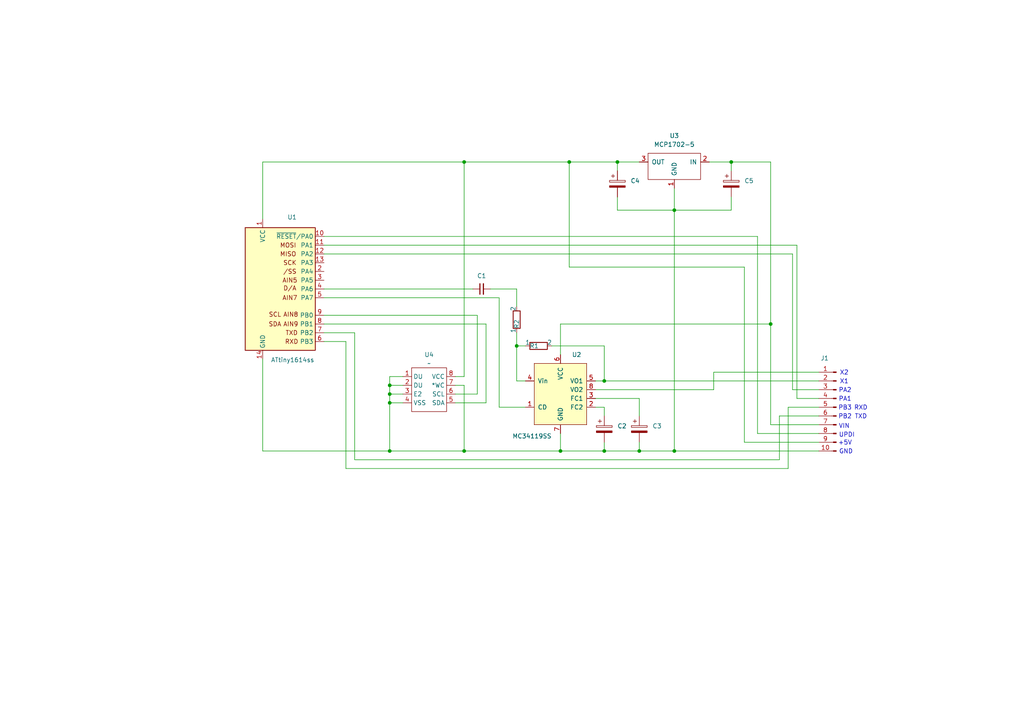
<source format=kicad_sch>
(kicad_sch
	(version 20231120)
	(generator "eeschema")
	(generator_version "8.0")
	(uuid "b068ea16-1fa6-404d-a7f6-f7a235438ac4")
	(paper "A4")
	(lib_symbols
		(symbol "0_Library:ATtiny1614ss"
			(exclude_from_sim no)
			(in_bom yes)
			(on_board yes)
			(property "Reference" "U"
				(at -12.7 16.51 0)
				(effects
					(font
						(size 1.27 1.27)
					)
					(justify left bottom)
				)
			)
			(property "Value" "ATtiny1614ss"
				(at 20.32 -34.036 0)
				(effects
					(font
						(size 1.27 1.27)
					)
					(justify left top)
				)
			)
			(property "Footprint" "Package_SO:SOIC-14_3.9x8.7mm_P1.27mm"
				(at -2.54 33.02 0)
				(effects
					(font
						(size 1.27 1.27)
						(italic yes)
					)
					(hide yes)
				)
			)
			(property "Datasheet" ""
				(at -2.54 33.02 0)
				(effects
					(font
						(size 1.27 1.27)
					)
					(hide yes)
				)
			)
			(property "Description" ""
				(at -2.54 33.02 0)
				(effects
					(font
						(size 1.27 1.27)
					)
					(hide yes)
				)
			)
			(property "ki_keywords" "AVR 8bit Microcontroller tinyAVR"
				(at 0 0 0)
				(effects
					(font
						(size 1.27 1.27)
					)
					(hide yes)
				)
			)
			(property "ki_fp_filters" "SOIC*3.9x8.7mm*P1.27mm*"
				(at 0 0 0)
				(effects
					(font
						(size 1.27 1.27)
					)
					(hide yes)
				)
			)
			(symbol "ATtiny1614ss_0_1"
				(rectangle
					(start -7.62 12.7)
					(end 12.7 -22.86)
					(stroke
						(width 0.254)
						(type default)
					)
					(fill
						(type background)
					)
				)
			)
			(symbol "ATtiny1614ss_1_1"
				(text "/SS"
					(at 5.334 0 0)
					(effects
						(font
							(size 1.27 1.27)
						)
					)
				)
				(text "AIN5"
					(at 5.334 -2.54 0)
					(effects
						(font
							(size 1.27 1.27)
						)
					)
				)
				(text "AIN7"
					(at 5.334 -7.62 0)
					(effects
						(font
							(size 1.27 1.27)
						)
					)
				)
				(text "AIN8"
					(at 5.588 -12.446 0)
					(effects
						(font
							(size 1.27 1.27)
						)
					)
				)
				(text "AIN9"
					(at 5.588 -15.24 0)
					(effects
						(font
							(size 1.27 1.27)
						)
					)
				)
				(text "D/A"
					(at 5.334 -4.826 0)
					(effects
						(font
							(size 1.27 1.27)
						)
					)
				)
				(text "MISO"
					(at 4.826 5.08 0)
					(effects
						(font
							(size 1.27 1.27)
						)
					)
				)
				(text "MOSI"
					(at 4.826 7.62 0)
					(effects
						(font
							(size 1.27 1.27)
						)
					)
				)
				(text "RXD"
					(at 5.842 -20.32 0)
					(effects
						(font
							(size 1.27 1.27)
						)
					)
				)
				(text "SCK"
					(at 5.334 2.54 0)
					(effects
						(font
							(size 1.27 1.27)
						)
					)
				)
				(text "SCL"
					(at 1.016 -12.446 0)
					(effects
						(font
							(size 1.27 1.27)
						)
					)
				)
				(text "SDA"
					(at 1.016 -15.24 0)
					(effects
						(font
							(size 1.27 1.27)
						)
					)
				)
				(text "TXD"
					(at 5.842 -17.78 0)
					(effects
						(font
							(size 1.27 1.27)
						)
					)
				)
				(pin power_in line
					(at -2.54 15.24 270)
					(length 2.54)
					(name "VCC"
						(effects
							(font
								(size 1.27 1.27)
							)
						)
					)
					(number "1"
						(effects
							(font
								(size 1.27 1.27)
							)
						)
					)
				)
				(pin bidirectional line
					(at 15.24 10.16 180)
					(length 2.54)
					(name "~{RESET}/PA0"
						(effects
							(font
								(size 1.27 1.27)
							)
						)
					)
					(number "10"
						(effects
							(font
								(size 1.27 1.27)
							)
						)
					)
				)
				(pin bidirectional line
					(at 15.24 7.62 180)
					(length 2.54)
					(name "PA1"
						(effects
							(font
								(size 1.27 1.27)
							)
						)
					)
					(number "11"
						(effects
							(font
								(size 1.27 1.27)
							)
						)
					)
				)
				(pin bidirectional line
					(at 15.24 5.08 180)
					(length 2.54)
					(name "PA2"
						(effects
							(font
								(size 1.27 1.27)
							)
						)
					)
					(number "12"
						(effects
							(font
								(size 1.27 1.27)
							)
						)
					)
				)
				(pin bidirectional line
					(at 15.24 2.54 180)
					(length 2.54)
					(name "PA3"
						(effects
							(font
								(size 1.27 1.27)
							)
						)
					)
					(number "13"
						(effects
							(font
								(size 1.27 1.27)
							)
						)
					)
				)
				(pin power_in line
					(at -2.54 -25.4 90)
					(length 2.54)
					(name "GND"
						(effects
							(font
								(size 1.27 1.27)
							)
						)
					)
					(number "14"
						(effects
							(font
								(size 1.27 1.27)
							)
						)
					)
				)
				(pin bidirectional line
					(at 15.24 0 180)
					(length 2.54)
					(name "PA4"
						(effects
							(font
								(size 1.27 1.27)
							)
						)
					)
					(number "2"
						(effects
							(font
								(size 1.27 1.27)
							)
						)
					)
				)
				(pin bidirectional line
					(at 15.24 -2.54 180)
					(length 2.54)
					(name "PA5"
						(effects
							(font
								(size 1.27 1.27)
							)
						)
					)
					(number "3"
						(effects
							(font
								(size 1.27 1.27)
							)
						)
					)
				)
				(pin bidirectional line
					(at 15.24 -5.08 180)
					(length 2.54)
					(name "PA6"
						(effects
							(font
								(size 1.27 1.27)
							)
						)
					)
					(number "4"
						(effects
							(font
								(size 1.27 1.27)
							)
						)
					)
				)
				(pin bidirectional line
					(at 15.24 -7.62 180)
					(length 2.54)
					(name "PA7"
						(effects
							(font
								(size 1.27 1.27)
							)
						)
					)
					(number "5"
						(effects
							(font
								(size 1.27 1.27)
							)
						)
					)
				)
				(pin bidirectional line
					(at 15.24 -20.32 180)
					(length 2.54)
					(name "PB3"
						(effects
							(font
								(size 1.27 1.27)
							)
						)
					)
					(number "6"
						(effects
							(font
								(size 1.27 1.27)
							)
						)
					)
				)
				(pin bidirectional line
					(at 15.24 -17.78 180)
					(length 2.54)
					(name "PB2"
						(effects
							(font
								(size 1.27 1.27)
							)
						)
					)
					(number "7"
						(effects
							(font
								(size 1.27 1.27)
							)
						)
					)
				)
				(pin bidirectional line
					(at 15.24 -15.24 180)
					(length 2.54)
					(name "PB1"
						(effects
							(font
								(size 1.27 1.27)
							)
						)
					)
					(number "8"
						(effects
							(font
								(size 1.27 1.27)
							)
						)
					)
				)
				(pin bidirectional line
					(at 15.24 -12.7 180)
					(length 2.54)
					(name "PB0"
						(effects
							(font
								(size 1.27 1.27)
							)
						)
					)
					(number "9"
						(effects
							(font
								(size 1.27 1.27)
							)
						)
					)
				)
			)
		)
		(symbol "0_Library:CP_Small"
			(pin_numbers hide)
			(pin_names
				(offset 0.0508)
			)
			(exclude_from_sim no)
			(in_bom yes)
			(on_board yes)
			(property "Reference" "C"
				(at 0.635 6.35 0)
				(effects
					(font
						(size 1.27 1.27)
					)
					(justify left)
				)
			)
			(property "Value" "CP_Small"
				(at 0.635 1.27 0)
				(effects
					(font
						(size 1.27 1.27)
					)
					(justify left)
					(hide yes)
				)
			)
			(property "Footprint" "Capacitor_THT:CP_Radial_D4.0mm_P2.00mm"
				(at 0.9652 0 0)
				(effects
					(font
						(size 1.27 1.27)
					)
					(hide yes)
				)
			)
			(property "Datasheet" "~"
				(at 0 3.81 0)
				(effects
					(font
						(size 1.27 1.27)
					)
					(hide yes)
				)
			)
			(property "Description" "Polarized capacitor"
				(at 0 0 0)
				(effects
					(font
						(size 1.27 1.27)
					)
					(hide yes)
				)
			)
			(property "ki_keywords" "cap capacitor"
				(at 0 0 0)
				(effects
					(font
						(size 1.27 1.27)
					)
					(hide yes)
				)
			)
			(property "ki_fp_filters" "CP_*"
				(at 0 0 0)
				(effects
					(font
						(size 1.27 1.27)
					)
					(hide yes)
				)
			)
			(symbol "CP_Small_0_1"
				(rectangle
					(start -2.286 4.318)
					(end 2.286 4.826)
					(stroke
						(width 0)
						(type solid)
					)
					(fill
						(type none)
					)
				)
				(polyline
					(pts
						(xy -1.778 6.096) (xy -0.762 6.096)
					)
					(stroke
						(width 0)
						(type solid)
					)
					(fill
						(type none)
					)
				)
				(polyline
					(pts
						(xy -1.27 6.604) (xy -1.27 5.588)
					)
					(stroke
						(width 0)
						(type solid)
					)
					(fill
						(type none)
					)
				)
				(rectangle
					(start 2.286 3.302)
					(end -2.286 2.794)
					(stroke
						(width 0)
						(type solid)
					)
					(fill
						(type outline)
					)
				)
			)
			(symbol "CP_Small_1_1"
				(pin passive line
					(at 0 7.62 270)
					(length 2.794)
					(name "~"
						(effects
							(font
								(size 1.27 1.27)
							)
						)
					)
					(number "1"
						(effects
							(font
								(size 1.27 1.27)
							)
						)
					)
				)
				(pin passive line
					(at 0 0 90)
					(length 2.794)
					(name "~"
						(effects
							(font
								(size 1.27 1.27)
							)
						)
					)
					(number "2"
						(effects
							(font
								(size 1.27 1.27)
							)
						)
					)
				)
			)
		)
		(symbol "0_Library:C_Disc"
			(pin_numbers hide)
			(pin_names
				(offset 0.254) hide)
			(exclude_from_sim no)
			(in_bom yes)
			(on_board yes)
			(property "Reference" "C"
				(at 0.254 1.778 0)
				(effects
					(font
						(size 1.27 1.27)
					)
					(justify left)
				)
			)
			(property "Value" "C_Disc"
				(at 0.254 -2.032 0)
				(effects
					(font
						(size 1.27 1.27)
					)
					(justify left)
					(hide yes)
				)
			)
			(property "Footprint" "0_Footprint:C_Disc1"
				(at 0 0 0)
				(effects
					(font
						(size 1.27 1.27)
					)
					(hide yes)
				)
			)
			(property "Datasheet" "~"
				(at 0 0 0)
				(effects
					(font
						(size 1.27 1.27)
					)
					(hide yes)
				)
			)
			(property "Description" "Unpolarized capacitor, small symbol"
				(at 0 0 0)
				(effects
					(font
						(size 1.27 1.27)
					)
					(hide yes)
				)
			)
			(property "ki_keywords" "capacitor cap"
				(at 0 0 0)
				(effects
					(font
						(size 1.27 1.27)
					)
					(hide yes)
				)
			)
			(property "ki_fp_filters" "C_*"
				(at 0 0 0)
				(effects
					(font
						(size 1.27 1.27)
					)
					(hide yes)
				)
			)
			(symbol "C_Disc_0_1"
				(polyline
					(pts
						(xy -1.524 -0.508) (xy 1.524 -0.508)
					)
					(stroke
						(width 0.3302)
						(type solid)
					)
					(fill
						(type none)
					)
				)
				(polyline
					(pts
						(xy -1.524 0.508) (xy 1.524 0.508)
					)
					(stroke
						(width 0.3048)
						(type solid)
					)
					(fill
						(type none)
					)
				)
			)
			(symbol "C_Disc_1_1"
				(pin passive line
					(at 0 2.54 270)
					(length 2.032)
					(name "~"
						(effects
							(font
								(size 1.27 1.27)
							)
						)
					)
					(number "1"
						(effects
							(font
								(size 1.27 1.27)
							)
						)
					)
				)
				(pin passive line
					(at 0 -2.54 90)
					(length 2.032)
					(name "~"
						(effects
							(font
								(size 1.27 1.27)
							)
						)
					)
					(number "2"
						(effects
							(font
								(size 1.27 1.27)
							)
						)
					)
				)
			)
		)
		(symbol "0_Library:Conn_01x10_MaleP"
			(pin_names
				(offset 1.016) hide)
			(exclude_from_sim no)
			(in_bom yes)
			(on_board yes)
			(property "Reference" "J"
				(at 0 12.7 0)
				(effects
					(font
						(size 1.27 1.27)
					)
				)
			)
			(property "Value" "Conn_01x10_MaleP"
				(at 0 -15.24 0)
				(effects
					(font
						(size 1.27 1.27)
					)
					(hide yes)
				)
			)
			(property "Footprint" "Connector_PinHeader_2.54mm:PinHeader_1x10_P2.54mm_Vertical"
				(at 0 0 0)
				(effects
					(font
						(size 1.27 1.27)
					)
					(hide yes)
				)
			)
			(property "Datasheet" "~"
				(at 0 0 0)
				(effects
					(font
						(size 1.27 1.27)
					)
					(hide yes)
				)
			)
			(property "Description" "Generic connector, single row, 01x10, script generated (kicad-library-utils/schlib/autogen/connector/)"
				(at 0 0 0)
				(effects
					(font
						(size 1.27 1.27)
					)
					(hide yes)
				)
			)
			(property "ki_keywords" "connector"
				(at 0 0 0)
				(effects
					(font
						(size 1.27 1.27)
					)
					(hide yes)
				)
			)
			(property "ki_fp_filters" "Connector*:*_1x??_*"
				(at 0 0 0)
				(effects
					(font
						(size 1.27 1.27)
					)
					(hide yes)
				)
			)
			(symbol "Conn_01x10_MaleP_1_1"
				(polyline
					(pts
						(xy 1.27 -12.7) (xy 0.8636 -12.7)
					)
					(stroke
						(width 0.1524)
						(type solid)
					)
					(fill
						(type none)
					)
				)
				(polyline
					(pts
						(xy 1.27 -10.16) (xy 0.8636 -10.16)
					)
					(stroke
						(width 0.1524)
						(type solid)
					)
					(fill
						(type none)
					)
				)
				(polyline
					(pts
						(xy 1.27 -7.62) (xy 0.8636 -7.62)
					)
					(stroke
						(width 0.1524)
						(type solid)
					)
					(fill
						(type none)
					)
				)
				(polyline
					(pts
						(xy 1.27 -5.08) (xy 0.8636 -5.08)
					)
					(stroke
						(width 0.1524)
						(type solid)
					)
					(fill
						(type none)
					)
				)
				(polyline
					(pts
						(xy 1.27 -2.54) (xy 0.8636 -2.54)
					)
					(stroke
						(width 0.1524)
						(type solid)
					)
					(fill
						(type none)
					)
				)
				(polyline
					(pts
						(xy 1.27 0) (xy 0.8636 0)
					)
					(stroke
						(width 0.1524)
						(type solid)
					)
					(fill
						(type none)
					)
				)
				(polyline
					(pts
						(xy 1.27 2.54) (xy 0.8636 2.54)
					)
					(stroke
						(width 0.1524)
						(type solid)
					)
					(fill
						(type none)
					)
				)
				(polyline
					(pts
						(xy 1.27 5.08) (xy 0.8636 5.08)
					)
					(stroke
						(width 0.1524)
						(type solid)
					)
					(fill
						(type none)
					)
				)
				(polyline
					(pts
						(xy 1.27 7.62) (xy 0.8636 7.62)
					)
					(stroke
						(width 0.1524)
						(type solid)
					)
					(fill
						(type none)
					)
				)
				(polyline
					(pts
						(xy 1.27 10.16) (xy 0.8636 10.16)
					)
					(stroke
						(width 0.1524)
						(type solid)
					)
					(fill
						(type none)
					)
				)
				(rectangle
					(start 0.8636 -12.573)
					(end 0 -12.827)
					(stroke
						(width 0.1524)
						(type solid)
					)
					(fill
						(type outline)
					)
				)
				(rectangle
					(start 0.8636 -10.033)
					(end 0 -10.287)
					(stroke
						(width 0.1524)
						(type solid)
					)
					(fill
						(type outline)
					)
				)
				(rectangle
					(start 0.8636 -7.493)
					(end 0 -7.747)
					(stroke
						(width 0.1524)
						(type solid)
					)
					(fill
						(type outline)
					)
				)
				(rectangle
					(start 0.8636 -4.953)
					(end 0 -5.207)
					(stroke
						(width 0.1524)
						(type solid)
					)
					(fill
						(type outline)
					)
				)
				(rectangle
					(start 0.8636 -2.413)
					(end 0 -2.667)
					(stroke
						(width 0.1524)
						(type solid)
					)
					(fill
						(type outline)
					)
				)
				(rectangle
					(start 0.8636 0.127)
					(end 0 -0.127)
					(stroke
						(width 0.1524)
						(type solid)
					)
					(fill
						(type outline)
					)
				)
				(rectangle
					(start 0.8636 2.667)
					(end 0 2.413)
					(stroke
						(width 0.1524)
						(type solid)
					)
					(fill
						(type outline)
					)
				)
				(rectangle
					(start 0.8636 5.207)
					(end 0 4.953)
					(stroke
						(width 0.1524)
						(type solid)
					)
					(fill
						(type outline)
					)
				)
				(rectangle
					(start 0.8636 7.747)
					(end 0 7.493)
					(stroke
						(width 0.1524)
						(type solid)
					)
					(fill
						(type outline)
					)
				)
				(rectangle
					(start 0.8636 10.287)
					(end 0 10.033)
					(stroke
						(width 0.1524)
						(type solid)
					)
					(fill
						(type outline)
					)
				)
				(pin passive line
					(at 5.08 10.16 180)
					(length 3.81)
					(name "Pin_1"
						(effects
							(font
								(size 1.27 1.27)
							)
						)
					)
					(number "1"
						(effects
							(font
								(size 1.27 1.27)
							)
						)
					)
				)
				(pin passive line
					(at 5.08 -12.7 180)
					(length 3.81)
					(name "Pin_10"
						(effects
							(font
								(size 1.27 1.27)
							)
						)
					)
					(number "10"
						(effects
							(font
								(size 1.27 1.27)
							)
						)
					)
				)
				(pin passive line
					(at 5.08 7.62 180)
					(length 3.81)
					(name "Pin_2"
						(effects
							(font
								(size 1.27 1.27)
							)
						)
					)
					(number "2"
						(effects
							(font
								(size 1.27 1.27)
							)
						)
					)
				)
				(pin passive line
					(at 5.08 5.08 180)
					(length 3.81)
					(name "Pin_3"
						(effects
							(font
								(size 1.27 1.27)
							)
						)
					)
					(number "3"
						(effects
							(font
								(size 1.27 1.27)
							)
						)
					)
				)
				(pin passive line
					(at 5.08 2.54 180)
					(length 3.81)
					(name "Pin_4"
						(effects
							(font
								(size 1.27 1.27)
							)
						)
					)
					(number "4"
						(effects
							(font
								(size 1.27 1.27)
							)
						)
					)
				)
				(pin passive line
					(at 5.08 0 180)
					(length 3.81)
					(name "Pin_5"
						(effects
							(font
								(size 1.27 1.27)
							)
						)
					)
					(number "5"
						(effects
							(font
								(size 1.27 1.27)
							)
						)
					)
				)
				(pin passive line
					(at 5.08 -2.54 180)
					(length 3.81)
					(name "Pin_6"
						(effects
							(font
								(size 1.27 1.27)
							)
						)
					)
					(number "6"
						(effects
							(font
								(size 1.27 1.27)
							)
						)
					)
				)
				(pin passive line
					(at 5.08 -5.08 180)
					(length 3.81)
					(name "Pin_7"
						(effects
							(font
								(size 1.27 1.27)
							)
						)
					)
					(number "7"
						(effects
							(font
								(size 1.27 1.27)
							)
						)
					)
				)
				(pin passive line
					(at 5.08 -7.62 180)
					(length 3.81)
					(name "Pin_8"
						(effects
							(font
								(size 1.27 1.27)
							)
						)
					)
					(number "8"
						(effects
							(font
								(size 1.27 1.27)
							)
						)
					)
				)
				(pin passive line
					(at 5.08 -10.16 180)
					(length 3.81)
					(name "Pin_9"
						(effects
							(font
								(size 1.27 1.27)
							)
						)
					)
					(number "9"
						(effects
							(font
								(size 1.27 1.27)
							)
						)
					)
				)
			)
		)
		(symbol "0_Library:M24M02"
			(exclude_from_sim no)
			(in_bom yes)
			(on_board yes)
			(property "Reference" "U"
				(at 5.334 4.064 0)
				(effects
					(font
						(size 1.27 1.27)
					)
				)
			)
			(property "Value" ""
				(at 7.62 -5.08 0)
				(effects
					(font
						(size 1.27 1.27)
					)
				)
			)
			(property "Footprint" "0_Footprint:SOIC-8-L"
				(at 8.382 6.604 0)
				(effects
					(font
						(size 1.27 1.27)
					)
					(hide yes)
				)
			)
			(property "Datasheet" ""
				(at 7.62 -5.08 0)
				(effects
					(font
						(size 1.27 1.27)
					)
					(hide yes)
				)
			)
			(property "Description" ""
				(at 7.62 -5.08 0)
				(effects
					(font
						(size 1.27 1.27)
					)
					(hide yes)
				)
			)
			(symbol "M24M02_0_1"
				(rectangle
					(start 2.54 2.54)
					(end 12.7 -10.16)
					(stroke
						(width 0)
						(type default)
					)
					(fill
						(type none)
					)
				)
			)
			(symbol "M24M02_1_1"
				(pin input line
					(at 0 0 0)
					(length 2.54)
					(name "DU"
						(effects
							(font
								(size 1.27 1.27)
							)
						)
					)
					(number "1"
						(effects
							(font
								(size 1.27 1.27)
							)
						)
					)
				)
				(pin input line
					(at 0 -2.54 0)
					(length 2.54)
					(name "DU"
						(effects
							(font
								(size 1.27 1.27)
							)
						)
					)
					(number "2"
						(effects
							(font
								(size 1.27 1.27)
							)
						)
					)
				)
				(pin input line
					(at 0 -5.08 0)
					(length 2.54)
					(name "E2"
						(effects
							(font
								(size 1.27 1.27)
							)
						)
					)
					(number "3"
						(effects
							(font
								(size 1.27 1.27)
							)
						)
					)
				)
				(pin input line
					(at 0 -7.62 0)
					(length 2.54)
					(name "VSS"
						(effects
							(font
								(size 1.27 1.27)
							)
						)
					)
					(number "4"
						(effects
							(font
								(size 1.27 1.27)
							)
						)
					)
				)
				(pin input line
					(at 15.24 -7.62 180)
					(length 2.54)
					(name "SDA"
						(effects
							(font
								(size 1.27 1.27)
							)
						)
					)
					(number "5"
						(effects
							(font
								(size 1.27 1.27)
							)
						)
					)
				)
				(pin input line
					(at 15.24 -5.08 180)
					(length 2.54)
					(name "SCL"
						(effects
							(font
								(size 1.27 1.27)
							)
						)
					)
					(number "6"
						(effects
							(font
								(size 1.27 1.27)
							)
						)
					)
				)
				(pin input line
					(at 15.24 -2.54 180)
					(length 2.54)
					(name "*WC"
						(effects
							(font
								(size 1.27 1.27)
							)
						)
					)
					(number "7"
						(effects
							(font
								(size 1.27 1.27)
							)
						)
					)
				)
				(pin input line
					(at 15.24 0 180)
					(length 2.54)
					(name "VCC"
						(effects
							(font
								(size 1.27 1.27)
							)
						)
					)
					(number "8"
						(effects
							(font
								(size 1.27 1.27)
							)
						)
					)
				)
			)
		)
		(symbol "0_Library:MC34119SS"
			(pin_names
				(offset 1.016)
			)
			(exclude_from_sim no)
			(in_bom yes)
			(on_board yes)
			(property "Reference" "U"
				(at 5.08 7.62 0)
				(effects
					(font
						(size 1.27 1.27)
					)
				)
			)
			(property "Value" "MC34119SS"
				(at -7.62 7.62 0)
				(effects
					(font
						(size 1.27 1.27)
					)
				)
			)
			(property "Footprint" "Package_SO:SOIC-8_3.9x4.9mm_P1.27mm"
				(at 0 0 0)
				(effects
					(font
						(size 1.27 1.27)
					)
					(hide yes)
				)
			)
			(property "Datasheet" ""
				(at 0 0 0)
				(effects
					(font
						(size 1.27 1.27)
					)
					(hide yes)
				)
			)
			(property "Description" ""
				(at 0 0 0)
				(effects
					(font
						(size 1.27 1.27)
					)
					(hide yes)
				)
			)
			(symbol "MC34119SS_0_1"
				(rectangle
					(start -7.62 5.08)
					(end 7.62 -12.7)
					(stroke
						(width 0)
						(type solid)
					)
					(fill
						(type background)
					)
				)
			)
			(symbol "MC34119SS_1_1"
				(pin input line
					(at -10.16 -7.62 0)
					(length 2.54)
					(name "CD"
						(effects
							(font
								(size 1.27 1.27)
							)
						)
					)
					(number "1"
						(effects
							(font
								(size 1.27 1.27)
							)
						)
					)
				)
				(pin input line
					(at 10.16 -7.62 180)
					(length 2.54)
					(name "FC2"
						(effects
							(font
								(size 1.27 1.27)
							)
						)
					)
					(number "2"
						(effects
							(font
								(size 1.27 1.27)
							)
						)
					)
				)
				(pin input line
					(at 10.16 -5.08 180)
					(length 2.54)
					(name "FC1"
						(effects
							(font
								(size 1.27 1.27)
							)
						)
					)
					(number "3"
						(effects
							(font
								(size 1.27 1.27)
							)
						)
					)
				)
				(pin input line
					(at -10.16 0 0)
					(length 2.54)
					(name "Vin"
						(effects
							(font
								(size 1.27 1.27)
							)
						)
					)
					(number "4"
						(effects
							(font
								(size 1.27 1.27)
							)
						)
					)
				)
				(pin output line
					(at 10.16 0 180)
					(length 2.54)
					(name "VO1"
						(effects
							(font
								(size 1.27 1.27)
							)
						)
					)
					(number "5"
						(effects
							(font
								(size 1.27 1.27)
							)
						)
					)
				)
				(pin input line
					(at 0 7.62 270)
					(length 2.54)
					(name "VCC"
						(effects
							(font
								(size 1.27 1.27)
							)
						)
					)
					(number "6"
						(effects
							(font
								(size 1.27 1.27)
							)
						)
					)
				)
				(pin input line
					(at 0 -15.24 90)
					(length 2.54)
					(name "GND"
						(effects
							(font
								(size 1.27 1.27)
							)
						)
					)
					(number "7"
						(effects
							(font
								(size 1.27 1.27)
							)
						)
					)
				)
				(pin output line
					(at 10.16 -2.54 180)
					(length 2.54)
					(name "VO2"
						(effects
							(font
								(size 1.27 1.27)
							)
						)
					)
					(number "8"
						(effects
							(font
								(size 1.27 1.27)
							)
						)
					)
				)
			)
		)
		(symbol "0_Library:MCP1702-5"
			(pin_names
				(offset 1.016)
			)
			(exclude_from_sim no)
			(in_bom yes)
			(on_board yes)
			(property "Reference" "U"
				(at -7.62 7.62 0)
				(effects
					(font
						(size 1.27 1.27)
					)
				)
			)
			(property "Value" "MCP1702-5"
				(at -2.54 5.08 0)
				(effects
					(font
						(size 1.27 1.27)
					)
				)
			)
			(property "Footprint" "0_Footprint:TO-92X"
				(at 7.62 -7.62 0)
				(effects
					(font
						(size 1.27 1.27)
					)
					(hide yes)
				)
			)
			(property "Datasheet" ""
				(at 0 0 0)
				(effects
					(font
						(size 1.27 1.27)
					)
					(hide yes)
				)
			)
			(property "Description" ""
				(at 0 0 0)
				(effects
					(font
						(size 1.27 1.27)
					)
					(hide yes)
				)
			)
			(symbol "MCP1702-5_0_1"
				(rectangle
					(start -10.16 2.54)
					(end 5.08 -5.08)
					(stroke
						(width 0)
						(type solid)
					)
					(fill
						(type none)
					)
				)
			)
			(symbol "MCP1702-5_1_1"
				(pin input line
					(at -2.54 -7.62 90)
					(length 2.54)
					(name "GND"
						(effects
							(font
								(size 1.27 1.27)
							)
						)
					)
					(number "1"
						(effects
							(font
								(size 1.27 1.27)
							)
						)
					)
				)
				(pin input line
					(at -12.7 0 0)
					(length 2.54)
					(name "IN"
						(effects
							(font
								(size 1.27 1.27)
							)
						)
					)
					(number "2"
						(effects
							(font
								(size 1.27 1.27)
							)
						)
					)
				)
				(pin input line
					(at 7.62 0 180)
					(length 2.54)
					(name "OUT"
						(effects
							(font
								(size 1.27 1.27)
							)
						)
					)
					(number "3"
						(effects
							(font
								(size 1.27 1.27)
							)
						)
					)
				)
			)
		)
		(symbol "0_Library:Resistor"
			(pin_numbers hide)
			(pin_names
				(offset 0)
			)
			(exclude_from_sim no)
			(in_bom yes)
			(on_board yes)
			(property "Reference" "R"
				(at 2.54 0 0)
				(do_not_autoplace)
				(effects
					(font
						(size 1.27 1.27)
					)
				)
			)
			(property "Value" "Resistor"
				(at 7.62 0.635 0)
				(effects
					(font
						(size 0.2032 0.2032)
					)
					(hide yes)
				)
			)
			(property "Footprint" "0_Footprint:QWSlim"
				(at 5.08 -2.54 0)
				(effects
					(font
						(size 1.27 1.27)
					)
					(hide yes)
				)
			)
			(property "Datasheet" "~"
				(at 3.81 2.54 90)
				(effects
					(font
						(size 1.27 1.27)
					)
					(hide yes)
				)
			)
			(property "Description" "Resistor"
				(at 0 0 0)
				(effects
					(font
						(size 1.27 1.27)
					)
					(hide yes)
				)
			)
			(property "ki_keywords" "R res resistor"
				(at 0 0 0)
				(effects
					(font
						(size 1.27 1.27)
					)
					(hide yes)
				)
			)
			(property "ki_fp_filters" "R_*"
				(at 0 0 0)
				(effects
					(font
						(size 1.27 1.27)
					)
					(hide yes)
				)
			)
			(symbol "Resistor_1_1"
				(rectangle
					(start 1.27 1.016)
					(end 6.35 -1.016)
					(stroke
						(width 0.254)
						(type solid)
					)
					(fill
						(type none)
					)
				)
				(pin passive line
					(at 0 0 0)
					(length 1.27)
					(name "1"
						(effects
							(font
								(size 1.27 1.27)
							)
						)
					)
					(number "1"
						(effects
							(font
								(size 1.27 1.27)
							)
						)
					)
				)
				(pin passive line
					(at 7.62 0 180)
					(length 1.27)
					(name "2"
						(effects
							(font
								(size 1.27 1.27)
							)
						)
					)
					(number "2"
						(effects
							(font
								(size 1.27 1.27)
							)
						)
					)
				)
			)
		)
	)
	(junction
		(at 134.62 130.81)
		(diameter 0)
		(color 0 0 0 0)
		(uuid "00ae4163-691c-4fd7-b5ac-2dc4ead9fd05")
	)
	(junction
		(at 179.07 46.99)
		(diameter 0)
		(color 0 0 0 0)
		(uuid "08a573fa-b61d-415a-a191-a07afd55e7f3")
	)
	(junction
		(at 149.86 100.33)
		(diameter 0)
		(color 0 0 0 0)
		(uuid "08dee4b3-97c9-419b-97cc-3f917f2ae248")
	)
	(junction
		(at 113.03 116.84)
		(diameter 0)
		(color 0 0 0 0)
		(uuid "30f08588-cf7b-40c5-a3fb-1d2ee3eda06e")
	)
	(junction
		(at 113.03 111.76)
		(diameter 0)
		(color 0 0 0 0)
		(uuid "43c02596-6ddf-4ff7-9b41-653bcc0b7af0")
	)
	(junction
		(at 175.26 110.49)
		(diameter 0)
		(color 0 0 0 0)
		(uuid "4ce03531-dd2e-4c3b-b4a4-42e5b29a2aa5")
	)
	(junction
		(at 195.58 60.96)
		(diameter 0)
		(color 0 0 0 0)
		(uuid "68c5ef27-2d0c-4c16-a527-9cf8cddfc6ab")
	)
	(junction
		(at 175.26 130.81)
		(diameter 0)
		(color 0 0 0 0)
		(uuid "6fc8e91d-4b61-4e4d-9c46-c114be599c79")
	)
	(junction
		(at 195.58 130.81)
		(diameter 0)
		(color 0 0 0 0)
		(uuid "80399c54-6883-452f-8830-fc36ebe2219c")
	)
	(junction
		(at 134.62 46.99)
		(diameter 0)
		(color 0 0 0 0)
		(uuid "84978053-81c7-442e-aff5-3910b0da1df1")
	)
	(junction
		(at 113.03 114.3)
		(diameter 0)
		(color 0 0 0 0)
		(uuid "88cad696-b3f0-4ed3-a98b-eab6abda5efb")
	)
	(junction
		(at 165.1 46.99)
		(diameter 0)
		(color 0 0 0 0)
		(uuid "ac484ba5-e3b2-4787-8efc-486da3bc4052")
	)
	(junction
		(at 212.09 46.99)
		(diameter 0)
		(color 0 0 0 0)
		(uuid "b9f21c3f-c859-48be-b578-bbdf807c4873")
	)
	(junction
		(at 185.42 130.81)
		(diameter 0)
		(color 0 0 0 0)
		(uuid "c79d0106-97bc-48fa-951a-17c3622fa620")
	)
	(junction
		(at 162.56 130.81)
		(diameter 0)
		(color 0 0 0 0)
		(uuid "cd54cac9-3f8a-4b0d-b291-ec8b90e21963")
	)
	(junction
		(at 113.03 130.81)
		(diameter 0)
		(color 0 0 0 0)
		(uuid "d068a1b0-38ca-442f-ae8b-799e8df238fc")
	)
	(junction
		(at 223.52 93.98)
		(diameter 0)
		(color 0 0 0 0)
		(uuid "ef6df984-05c9-4c2c-920e-fff508acceae")
	)
	(wire
		(pts
			(xy 100.33 99.06) (xy 100.33 135.89)
		)
		(stroke
			(width 0)
			(type default)
		)
		(uuid "057c712d-25fb-441c-b0d6-1002171687c9")
	)
	(wire
		(pts
			(xy 93.98 93.98) (xy 140.97 93.98)
		)
		(stroke
			(width 0)
			(type default)
		)
		(uuid "06c1fe78-c4a0-48c8-bd4d-d8cab2376bb5")
	)
	(wire
		(pts
			(xy 162.56 102.87) (xy 162.56 93.98)
		)
		(stroke
			(width 0)
			(type default)
		)
		(uuid "07a861ca-284d-455c-a387-9c6f35767438")
	)
	(wire
		(pts
			(xy 93.98 99.06) (xy 100.33 99.06)
		)
		(stroke
			(width 0)
			(type default)
		)
		(uuid "07c26475-eb63-4a87-bf59-268beba6a13a")
	)
	(wire
		(pts
			(xy 185.42 130.81) (xy 185.42 128.27)
		)
		(stroke
			(width 0)
			(type default)
		)
		(uuid "0bf97744-5fa3-4b32-877d-65a0e1833823")
	)
	(wire
		(pts
			(xy 219.71 68.58) (xy 219.71 125.73)
		)
		(stroke
			(width 0)
			(type default)
		)
		(uuid "0c2a9ebd-5edc-4622-b097-60c8916e6ed8")
	)
	(wire
		(pts
			(xy 149.86 96.52) (xy 149.86 100.33)
		)
		(stroke
			(width 0)
			(type default)
		)
		(uuid "0f4ff4df-76f4-433c-8727-1226a18f90af")
	)
	(wire
		(pts
			(xy 144.78 86.36) (xy 144.78 118.11)
		)
		(stroke
			(width 0)
			(type default)
		)
		(uuid "11295e03-ce80-443f-81b1-997c0e0cce3d")
	)
	(wire
		(pts
			(xy 195.58 54.61) (xy 195.58 60.96)
		)
		(stroke
			(width 0)
			(type default)
		)
		(uuid "13046464-af92-4cf1-b91c-c24041a92ef8")
	)
	(wire
		(pts
			(xy 195.58 130.81) (xy 237.49 130.81)
		)
		(stroke
			(width 0)
			(type default)
		)
		(uuid "13a20ebd-eee8-4fac-b595-56c14b26ade3")
	)
	(wire
		(pts
			(xy 113.03 116.84) (xy 116.84 116.84)
		)
		(stroke
			(width 0)
			(type default)
		)
		(uuid "13f39557-ffa6-4951-bfd4-9efbd60d4b18")
	)
	(wire
		(pts
			(xy 140.97 93.98) (xy 140.97 116.84)
		)
		(stroke
			(width 0)
			(type default)
		)
		(uuid "1a724a96-6620-466b-9bae-71fbf5235d64")
	)
	(wire
		(pts
			(xy 231.14 115.57) (xy 237.49 115.57)
		)
		(stroke
			(width 0)
			(type default)
		)
		(uuid "1bbe0738-6b95-47d0-8227-1e21c3b9abcb")
	)
	(wire
		(pts
			(xy 226.06 120.65) (xy 226.06 133.35)
		)
		(stroke
			(width 0)
			(type default)
		)
		(uuid "1de5d1d6-78b7-441a-86cd-55237fa3563c")
	)
	(wire
		(pts
			(xy 134.62 46.99) (xy 165.1 46.99)
		)
		(stroke
			(width 0)
			(type default)
		)
		(uuid "20473f2f-4b03-4462-8ac1-b3e24f4f8a52")
	)
	(wire
		(pts
			(xy 219.71 125.73) (xy 237.49 125.73)
		)
		(stroke
			(width 0)
			(type default)
		)
		(uuid "22e27717-e91a-4d51-97b4-060df25e6488")
	)
	(wire
		(pts
			(xy 144.78 118.11) (xy 152.4 118.11)
		)
		(stroke
			(width 0)
			(type default)
		)
		(uuid "252e160d-5e81-4a06-a136-6dbde7f0be4a")
	)
	(wire
		(pts
			(xy 93.98 68.58) (xy 219.71 68.58)
		)
		(stroke
			(width 0)
			(type default)
		)
		(uuid "26c270e4-8a6b-4848-bf64-c9c9ad26bf18")
	)
	(wire
		(pts
			(xy 162.56 93.98) (xy 223.52 93.98)
		)
		(stroke
			(width 0)
			(type default)
		)
		(uuid "2a1d9e36-4dea-4210-8105-73ec5207f304")
	)
	(wire
		(pts
			(xy 172.72 118.11) (xy 175.26 118.11)
		)
		(stroke
			(width 0)
			(type default)
		)
		(uuid "2d106596-16bf-48fe-9912-c6ecbca29373")
	)
	(wire
		(pts
			(xy 113.03 111.76) (xy 116.84 111.76)
		)
		(stroke
			(width 0)
			(type default)
		)
		(uuid "2fb8c518-b132-4da0-9455-3668eb13a74e")
	)
	(wire
		(pts
			(xy 113.03 114.3) (xy 116.84 114.3)
		)
		(stroke
			(width 0)
			(type default)
		)
		(uuid "30a59186-0273-4b0e-b741-d47324ef20a8")
	)
	(wire
		(pts
			(xy 134.62 130.81) (xy 162.56 130.81)
		)
		(stroke
			(width 0)
			(type default)
		)
		(uuid "31ee13a8-6bd2-4849-93ef-c2d104ff686b")
	)
	(wire
		(pts
			(xy 140.97 116.84) (xy 132.08 116.84)
		)
		(stroke
			(width 0)
			(type default)
		)
		(uuid "3ae94ff7-3683-4978-b93b-f6f62459adcb")
	)
	(wire
		(pts
			(xy 138.43 114.3) (xy 132.08 114.3)
		)
		(stroke
			(width 0)
			(type default)
		)
		(uuid "44a6da9a-7499-4e25-b78f-d0c511b3a48b")
	)
	(wire
		(pts
			(xy 223.52 123.19) (xy 237.49 123.19)
		)
		(stroke
			(width 0)
			(type default)
		)
		(uuid "44c7c787-509b-4e2f-8ee7-a2bd495348da")
	)
	(wire
		(pts
			(xy 132.08 109.22) (xy 134.62 109.22)
		)
		(stroke
			(width 0)
			(type default)
		)
		(uuid "4655c65f-5c54-421c-99b1-4c70343953f8")
	)
	(wire
		(pts
			(xy 179.07 57.15) (xy 179.07 60.96)
		)
		(stroke
			(width 0)
			(type default)
		)
		(uuid "4c573cfc-ac16-4094-8dc9-68df59ae423e")
	)
	(wire
		(pts
			(xy 165.1 46.99) (xy 165.1 77.47)
		)
		(stroke
			(width 0)
			(type default)
		)
		(uuid "519fdd21-3188-4d4d-8d22-6d0842ebe897")
	)
	(wire
		(pts
			(xy 185.42 130.81) (xy 195.58 130.81)
		)
		(stroke
			(width 0)
			(type default)
		)
		(uuid "58ad8b81-7675-4155-be78-18bd79ef306f")
	)
	(wire
		(pts
			(xy 138.43 91.44) (xy 138.43 114.3)
		)
		(stroke
			(width 0)
			(type default)
		)
		(uuid "5b78a0cb-3127-4196-b282-31cdb212125e")
	)
	(wire
		(pts
			(xy 175.26 110.49) (xy 172.72 110.49)
		)
		(stroke
			(width 0)
			(type default)
		)
		(uuid "5c16d5b2-ee27-4818-b9fe-ff94f07ba164")
	)
	(wire
		(pts
			(xy 113.03 114.3) (xy 113.03 116.84)
		)
		(stroke
			(width 0)
			(type default)
		)
		(uuid "5c983fda-2422-44fe-a8c6-10a7a24e5251")
	)
	(wire
		(pts
			(xy 162.56 130.81) (xy 175.26 130.81)
		)
		(stroke
			(width 0)
			(type default)
		)
		(uuid "62f3c213-2e4a-4cd5-b97b-bbd1f70b6049")
	)
	(wire
		(pts
			(xy 76.2 130.81) (xy 113.03 130.81)
		)
		(stroke
			(width 0)
			(type default)
		)
		(uuid "6427be73-57fd-47c0-9018-276bfd66925a")
	)
	(wire
		(pts
			(xy 195.58 60.96) (xy 179.07 60.96)
		)
		(stroke
			(width 0)
			(type default)
		)
		(uuid "679ce305-516b-4108-9c66-5302a0d90ffb")
	)
	(wire
		(pts
			(xy 175.26 118.11) (xy 175.26 120.65)
		)
		(stroke
			(width 0)
			(type default)
		)
		(uuid "69d0f002-0a45-4a5a-aa84-ffa673684dcb")
	)
	(wire
		(pts
			(xy 175.26 100.33) (xy 175.26 110.49)
		)
		(stroke
			(width 0)
			(type default)
		)
		(uuid "6bb08442-248f-4318-b3dc-f301bf7110ae")
	)
	(wire
		(pts
			(xy 195.58 60.96) (xy 212.09 60.96)
		)
		(stroke
			(width 0)
			(type default)
		)
		(uuid "6faa834f-4526-4540-8321-4d71cc2c24ae")
	)
	(wire
		(pts
			(xy 228.6 118.11) (xy 228.6 135.89)
		)
		(stroke
			(width 0)
			(type default)
		)
		(uuid "70afce6f-5de4-4494-8ea3-80fe332fea24")
	)
	(wire
		(pts
			(xy 175.26 110.49) (xy 237.49 110.49)
		)
		(stroke
			(width 0)
			(type default)
		)
		(uuid "7138dd7e-4d1d-4b16-b916-5b9adb58bc8f")
	)
	(wire
		(pts
			(xy 76.2 46.99) (xy 134.62 46.99)
		)
		(stroke
			(width 0)
			(type default)
		)
		(uuid "72f17235-24a5-4169-b91d-7861d7e28bfd")
	)
	(wire
		(pts
			(xy 100.33 135.89) (xy 228.6 135.89)
		)
		(stroke
			(width 0)
			(type default)
		)
		(uuid "73ec9c78-5caa-4dae-834f-d355518ea3b4")
	)
	(wire
		(pts
			(xy 226.06 120.65) (xy 237.49 120.65)
		)
		(stroke
			(width 0)
			(type default)
		)
		(uuid "742625af-0108-4113-a582-1283d3a87242")
	)
	(wire
		(pts
			(xy 175.26 130.81) (xy 175.26 128.27)
		)
		(stroke
			(width 0)
			(type default)
		)
		(uuid "74c77dc3-b13c-47fe-b53a-f598cfada284")
	)
	(wire
		(pts
			(xy 132.08 111.76) (xy 134.62 111.76)
		)
		(stroke
			(width 0)
			(type default)
		)
		(uuid "77177e92-4c99-4f48-9a42-d5edf9dbf138")
	)
	(wire
		(pts
			(xy 229.87 73.66) (xy 229.87 113.03)
		)
		(stroke
			(width 0)
			(type default)
		)
		(uuid "78df4ff7-ae15-4843-9590-a4e9e80ae375")
	)
	(wire
		(pts
			(xy 93.98 83.82) (xy 137.16 83.82)
		)
		(stroke
			(width 0)
			(type default)
		)
		(uuid "7aa6f8e6-84e7-4650-bb88-4514b0c3242f")
	)
	(wire
		(pts
			(xy 113.03 109.22) (xy 113.03 111.76)
		)
		(stroke
			(width 0)
			(type default)
		)
		(uuid "7f27f585-48f7-4611-ba39-f987ffae8f18")
	)
	(wire
		(pts
			(xy 113.03 130.81) (xy 134.62 130.81)
		)
		(stroke
			(width 0)
			(type default)
		)
		(uuid "8073c685-7531-456a-8a31-3261078b2c21")
	)
	(wire
		(pts
			(xy 149.86 100.33) (xy 149.86 110.49)
		)
		(stroke
			(width 0)
			(type default)
		)
		(uuid "812aef88-27fb-415c-ae14-b3cadd94ce1f")
	)
	(wire
		(pts
			(xy 93.98 96.52) (xy 102.87 96.52)
		)
		(stroke
			(width 0)
			(type default)
		)
		(uuid "81c10b4c-3b5b-41c4-b8ac-9496b209dae9")
	)
	(wire
		(pts
			(xy 102.87 96.52) (xy 102.87 133.35)
		)
		(stroke
			(width 0)
			(type default)
		)
		(uuid "81f5e510-0f4f-4ee1-b820-b1593bf1b868")
	)
	(wire
		(pts
			(xy 149.86 83.82) (xy 149.86 88.9)
		)
		(stroke
			(width 0)
			(type default)
		)
		(uuid "8580bbd2-1dd9-4788-98b9-d0c9a1371f86")
	)
	(wire
		(pts
			(xy 134.62 111.76) (xy 134.62 130.81)
		)
		(stroke
			(width 0)
			(type default)
		)
		(uuid "8d8f816b-e002-4270-bb91-93d5d93f6f13")
	)
	(wire
		(pts
			(xy 165.1 46.99) (xy 179.07 46.99)
		)
		(stroke
			(width 0)
			(type default)
		)
		(uuid "8e2a50b6-0511-41ec-976d-cd2579cdfdb8")
	)
	(wire
		(pts
			(xy 185.42 46.99) (xy 179.07 46.99)
		)
		(stroke
			(width 0)
			(type default)
		)
		(uuid "95897606-9df6-4946-8db4-a876e9bc3b3d")
	)
	(wire
		(pts
			(xy 116.84 109.22) (xy 113.03 109.22)
		)
		(stroke
			(width 0)
			(type default)
		)
		(uuid "96157dcd-358f-4984-8005-88e56c0ccb56")
	)
	(wire
		(pts
			(xy 215.9 77.47) (xy 165.1 77.47)
		)
		(stroke
			(width 0)
			(type default)
		)
		(uuid "97279f85-e14d-42f6-8ed9-164fba41a9a5")
	)
	(wire
		(pts
			(xy 160.02 100.33) (xy 175.26 100.33)
		)
		(stroke
			(width 0)
			(type default)
		)
		(uuid "9d3335f2-1bde-4b5c-bcca-934e841887c0")
	)
	(wire
		(pts
			(xy 172.72 113.03) (xy 207.01 113.03)
		)
		(stroke
			(width 0)
			(type default)
		)
		(uuid "9d52d069-9e61-4d08-ac46-d58c69a0b7ee")
	)
	(wire
		(pts
			(xy 212.09 49.53) (xy 212.09 46.99)
		)
		(stroke
			(width 0)
			(type default)
		)
		(uuid "a7be12cc-55e1-4772-ad81-4672e2005a45")
	)
	(wire
		(pts
			(xy 223.52 93.98) (xy 223.52 123.19)
		)
		(stroke
			(width 0)
			(type default)
		)
		(uuid "accd67ea-f570-43cf-bbb7-67c772288091")
	)
	(wire
		(pts
			(xy 93.98 71.12) (xy 231.14 71.12)
		)
		(stroke
			(width 0)
			(type default)
		)
		(uuid "afd5fec9-396c-4663-8cd1-cf93cd81b699")
	)
	(wire
		(pts
			(xy 228.6 118.11) (xy 237.49 118.11)
		)
		(stroke
			(width 0)
			(type default)
		)
		(uuid "afd92066-1bde-4701-95c9-105eb5121ba9")
	)
	(wire
		(pts
			(xy 76.2 104.14) (xy 76.2 130.81)
		)
		(stroke
			(width 0)
			(type default)
		)
		(uuid "b282733b-88eb-47b4-b80f-c48778fafa3b")
	)
	(wire
		(pts
			(xy 172.72 115.57) (xy 185.42 115.57)
		)
		(stroke
			(width 0)
			(type default)
		)
		(uuid "b300f5e6-be45-47b9-9940-5420e41a632b")
	)
	(wire
		(pts
			(xy 185.42 115.57) (xy 185.42 120.65)
		)
		(stroke
			(width 0)
			(type default)
		)
		(uuid "c0852638-a52c-4cd9-8622-4077d3b63737")
	)
	(wire
		(pts
			(xy 212.09 46.99) (xy 223.52 46.99)
		)
		(stroke
			(width 0)
			(type default)
		)
		(uuid "c4a688a7-9ddb-47dc-af45-96e719038d4d")
	)
	(wire
		(pts
			(xy 93.98 91.44) (xy 138.43 91.44)
		)
		(stroke
			(width 0)
			(type default)
		)
		(uuid "cd670651-3c33-471c-bd60-c8d079d33563")
	)
	(wire
		(pts
			(xy 142.24 83.82) (xy 149.86 83.82)
		)
		(stroke
			(width 0)
			(type default)
		)
		(uuid "ce12cca4-2497-4630-b207-b341f85316e0")
	)
	(wire
		(pts
			(xy 113.03 116.84) (xy 113.03 130.81)
		)
		(stroke
			(width 0)
			(type default)
		)
		(uuid "cf99ede7-b219-42e7-9d46-86e149764af2")
	)
	(wire
		(pts
			(xy 76.2 46.99) (xy 76.2 63.5)
		)
		(stroke
			(width 0)
			(type default)
		)
		(uuid "d032a0f9-96aa-49bb-a734-d2a50dde5eda")
	)
	(wire
		(pts
			(xy 207.01 113.03) (xy 207.01 107.95)
		)
		(stroke
			(width 0)
			(type default)
		)
		(uuid "d147c55b-77d9-4bcc-b6e7-f571cff422a8")
	)
	(wire
		(pts
			(xy 215.9 77.47) (xy 215.9 128.27)
		)
		(stroke
			(width 0)
			(type default)
		)
		(uuid "d20dd203-0545-4392-a747-6bd34801af4c")
	)
	(wire
		(pts
			(xy 231.14 71.12) (xy 231.14 115.57)
		)
		(stroke
			(width 0)
			(type default)
		)
		(uuid "d4eb28bc-16ec-4868-be1a-11a7e19bc580")
	)
	(wire
		(pts
			(xy 175.26 130.81) (xy 185.42 130.81)
		)
		(stroke
			(width 0)
			(type default)
		)
		(uuid "d5c275b1-cd24-4145-ac38-8c9b62d5c82e")
	)
	(wire
		(pts
			(xy 195.58 60.96) (xy 195.58 130.81)
		)
		(stroke
			(width 0)
			(type default)
		)
		(uuid "d72140b0-5d35-4523-92f1-c58dca7a97d6")
	)
	(wire
		(pts
			(xy 93.98 73.66) (xy 229.87 73.66)
		)
		(stroke
			(width 0)
			(type default)
		)
		(uuid "d8b8736a-69be-43ed-b9d5-8d0593e09785")
	)
	(wire
		(pts
			(xy 212.09 57.15) (xy 212.09 60.96)
		)
		(stroke
			(width 0)
			(type default)
		)
		(uuid "d8d710d5-f7c7-4f7a-8348-09657db7b4fc")
	)
	(wire
		(pts
			(xy 149.86 110.49) (xy 152.4 110.49)
		)
		(stroke
			(width 0)
			(type default)
		)
		(uuid "dde3fb91-7d02-49cc-94fd-a95cee0506d6")
	)
	(wire
		(pts
			(xy 215.9 128.27) (xy 237.49 128.27)
		)
		(stroke
			(width 0)
			(type default)
		)
		(uuid "e3fd4df5-e83b-4090-9752-cd62d6368b22")
	)
	(wire
		(pts
			(xy 179.07 46.99) (xy 179.07 49.53)
		)
		(stroke
			(width 0)
			(type default)
		)
		(uuid "e7de8cca-6fdd-48bf-9724-aef10910b8e1")
	)
	(wire
		(pts
			(xy 207.01 107.95) (xy 237.49 107.95)
		)
		(stroke
			(width 0)
			(type default)
		)
		(uuid "e901c695-78a5-48a2-a241-bafe09177f99")
	)
	(wire
		(pts
			(xy 134.62 46.99) (xy 134.62 109.22)
		)
		(stroke
			(width 0)
			(type default)
		)
		(uuid "ea564595-fc82-4e00-93b3-969b49605633")
	)
	(wire
		(pts
			(xy 149.86 100.33) (xy 152.4 100.33)
		)
		(stroke
			(width 0)
			(type default)
		)
		(uuid "eeff6116-419b-4649-bd6c-cb98b806a0f2")
	)
	(wire
		(pts
			(xy 226.06 133.35) (xy 102.87 133.35)
		)
		(stroke
			(width 0)
			(type default)
		)
		(uuid "f5d6fed8-65bc-42a8-a0e2-bc25f1701be4")
	)
	(wire
		(pts
			(xy 205.74 46.99) (xy 212.09 46.99)
		)
		(stroke
			(width 0)
			(type default)
		)
		(uuid "f62920b7-0de4-414a-adff-df9c9aa21af0")
	)
	(wire
		(pts
			(xy 229.87 113.03) (xy 237.49 113.03)
		)
		(stroke
			(width 0)
			(type default)
		)
		(uuid "f72f6b56-6dde-4f56-8bc2-0b669ff73a3f")
	)
	(wire
		(pts
			(xy 223.52 46.99) (xy 223.52 93.98)
		)
		(stroke
			(width 0)
			(type default)
		)
		(uuid "f9638bf2-122b-42ce-9413-a96427a8f8a8")
	)
	(wire
		(pts
			(xy 113.03 111.76) (xy 113.03 114.3)
		)
		(stroke
			(width 0)
			(type default)
		)
		(uuid "f9fa59da-155f-4d1a-86da-4b44b0cb481f")
	)
	(wire
		(pts
			(xy 162.56 125.73) (xy 162.56 130.81)
		)
		(stroke
			(width 0)
			(type default)
		)
		(uuid "faeb5f38-8069-4281-8ad8-c9ccb3b61ae8")
	)
	(wire
		(pts
			(xy 93.98 86.36) (xy 144.78 86.36)
		)
		(stroke
			(width 0)
			(type default)
		)
		(uuid "fe5e254f-3481-4307-8f1a-71f5cb2d24d4")
	)
	(text "+5V"
		(exclude_from_sim no)
		(at 245.11 128.524 0)
		(effects
			(font
				(size 1.27 1.27)
			)
		)
		(uuid "2166b977-e10e-4d60-a7d2-676fdfd5e7f0")
	)
	(text "PA2"
		(exclude_from_sim no)
		(at 245.11 113.284 0)
		(effects
			(font
				(size 1.27 1.27)
			)
		)
		(uuid "42ae6a12-323e-4ec9-82c9-1559e3e316f0")
	)
	(text "PB2"
		(exclude_from_sim no)
		(at 245.11 120.904 0)
		(effects
			(font
				(size 1.27 1.27)
			)
		)
		(uuid "501263b3-ec64-4a3c-9d45-cc511cbb7552")
	)
	(text "TXD"
		(exclude_from_sim no)
		(at 249.682 120.904 0)
		(effects
			(font
				(size 1.27 1.27)
			)
		)
		(uuid "58152ff1-4ae0-4da5-b794-9c8219f01247")
	)
	(text "X2"
		(exclude_from_sim no)
		(at 244.856 108.204 0)
		(effects
			(font
				(size 1.27 1.27)
			)
		)
		(uuid "83152270-fb61-45ad-a450-cd8b635732fb")
	)
	(text "GND"
		(exclude_from_sim no)
		(at 245.364 131.064 0)
		(effects
			(font
				(size 1.27 1.27)
			)
		)
		(uuid "92513950-0f86-4304-a35c-18e7c14129ab")
	)
	(text "UPDI"
		(exclude_from_sim no)
		(at 245.618 126.238 0)
		(effects
			(font
				(size 1.27 1.27)
			)
		)
		(uuid "ac7c76b8-f653-4803-aa36-a8d66932e45a")
	)
	(text "PB3"
		(exclude_from_sim no)
		(at 245.11 118.364 0)
		(effects
			(font
				(size 1.27 1.27)
			)
		)
		(uuid "b3524f0b-ca35-4fe2-b704-3f2ce518e006")
	)
	(text "RXD"
		(exclude_from_sim no)
		(at 249.682 118.364 0)
		(effects
			(font
				(size 1.27 1.27)
			)
		)
		(uuid "b560dbc0-d302-4646-853e-624f2a0a9814")
	)
	(text "VIN"
		(exclude_from_sim no)
		(at 244.856 123.698 0)
		(effects
			(font
				(size 1.27 1.27)
			)
		)
		(uuid "c186de22-5678-4346-9e83-459518c475d6")
	)
	(text "PA1"
		(exclude_from_sim no)
		(at 245.11 115.824 0)
		(effects
			(font
				(size 1.27 1.27)
			)
		)
		(uuid "c2f4fb95-531d-41e3-849b-2123b9e48518")
	)
	(text "X1"
		(exclude_from_sim no)
		(at 244.856 110.744 0)
		(effects
			(font
				(size 1.27 1.27)
			)
		)
		(uuid "f2c66188-e585-464b-8b0e-e9c2780cc7c4")
	)
	(symbol
		(lib_id "0_Library:ATtiny1614ss")
		(at 78.74 78.74 0)
		(unit 1)
		(exclude_from_sim no)
		(in_bom yes)
		(on_board yes)
		(dnp no)
		(uuid "0c6217fe-c14b-4c89-b7f6-2f2147e29aba")
		(property "Reference" "U1"
			(at 86.106 62.992 0)
			(effects
				(font
					(size 1.27 1.27)
				)
				(justify right)
			)
		)
		(property "Value" "ATtiny1614ss"
			(at 91.186 104.394 0)
			(effects
				(font
					(size 1.27 1.27)
				)
				(justify right)
			)
		)
		(property "Footprint" "Package_SO:SOIC-14_3.9x8.7mm_P1.27mm"
			(at 76.2 45.72 0)
			(effects
				(font
					(size 1.27 1.27)
					(italic yes)
				)
				(hide yes)
			)
		)
		(property "Datasheet" ""
			(at 76.2 45.72 0)
			(effects
				(font
					(size 1.27 1.27)
				)
				(hide yes)
			)
		)
		(property "Description" ""
			(at 76.2 45.72 0)
			(effects
				(font
					(size 1.27 1.27)
				)
				(hide yes)
			)
		)
		(pin "13"
			(uuid "2cf8002f-5e3c-46af-bbf2-f49ce6cb39d4")
		)
		(pin "14"
			(uuid "0592a13e-c0e6-4326-bb06-1c6f1b75674a")
		)
		(pin "10"
			(uuid "4010c395-f027-4212-900b-73762248e1eb")
		)
		(pin "6"
			(uuid "b97df5b5-8b19-4245-bcfd-7c71901bfe2e")
		)
		(pin "5"
			(uuid "f1c23a07-895d-4a94-b90d-d3a01129616d")
		)
		(pin "12"
			(uuid "d822db12-eeed-45bf-adab-c5d759736519")
		)
		(pin "4"
			(uuid "1cc19eff-f50b-4039-ae8d-04099a3ee681")
		)
		(pin "11"
			(uuid "5c487854-e8c8-4a97-9d38-56acbad6771a")
		)
		(pin "9"
			(uuid "f0871995-5fb9-403e-a7aa-958952995f12")
		)
		(pin "2"
			(uuid "5e7918ad-d424-418c-88b7-8c0588213d25")
		)
		(pin "7"
			(uuid "1bc0c5d2-aaab-4a55-b100-f6682280eae8")
		)
		(pin "1"
			(uuid "0cc7779f-08a4-4d50-b82b-7f8a8f015b59")
		)
		(pin "8"
			(uuid "473e67f5-1180-4a8b-bcc5-123f1f5edc54")
		)
		(pin "3"
			(uuid "9806f918-50b6-471a-8d9a-37eefe3d4f97")
		)
		(instances
			(project "MiniSnd1614C"
				(path "/b068ea16-1fa6-404d-a7f6-f7a235438ac4"
					(reference "U1")
					(unit 1)
				)
			)
		)
	)
	(symbol
		(lib_id "0_Library:MC34119SS")
		(at 162.56 110.49 0)
		(unit 1)
		(exclude_from_sim no)
		(in_bom yes)
		(on_board yes)
		(dnp no)
		(uuid "46477024-57f8-4590-945b-5a09e866e1a0")
		(property "Reference" "U2"
			(at 165.862 102.87 0)
			(effects
				(font
					(size 1.27 1.27)
				)
				(justify left)
			)
		)
		(property "Value" "MC34119SS"
			(at 148.59 126.492 0)
			(effects
				(font
					(size 1.27 1.27)
				)
				(justify left)
			)
		)
		(property "Footprint" "Package_SO:SOIC-8_3.9x4.9mm_P1.27mm"
			(at 162.56 110.49 0)
			(effects
				(font
					(size 1.27 1.27)
				)
				(hide yes)
			)
		)
		(property "Datasheet" ""
			(at 162.56 110.49 0)
			(effects
				(font
					(size 1.27 1.27)
				)
				(hide yes)
			)
		)
		(property "Description" ""
			(at 162.56 110.49 0)
			(effects
				(font
					(size 1.27 1.27)
				)
				(hide yes)
			)
		)
		(pin "1"
			(uuid "cf026e30-b5fc-4589-8c42-28fc29db9fe5")
		)
		(pin "2"
			(uuid "0d26cfb1-e7ff-421d-9d20-528dac2833d7")
		)
		(pin "7"
			(uuid "bd3b3a65-0075-445b-9444-ace2a9eafbfe")
		)
		(pin "6"
			(uuid "66287c08-17bb-4b0b-90f7-21b589c652d3")
		)
		(pin "4"
			(uuid "e2800b4a-d269-49c5-8eaa-87c6779a6b55")
		)
		(pin "5"
			(uuid "4628485a-1cb3-4fc2-a6f6-8c49953c2c8e")
		)
		(pin "3"
			(uuid "0fbc67cc-b19b-4062-afd9-a37450d4a3ce")
		)
		(pin "8"
			(uuid "442ec4f5-2483-4830-922b-549c1cc7744c")
		)
		(instances
			(project "MiniSnd1614C"
				(path "/b068ea16-1fa6-404d-a7f6-f7a235438ac4"
					(reference "U2")
					(unit 1)
				)
			)
		)
	)
	(symbol
		(lib_id "0_Library:C_Disc")
		(at 139.7 83.82 90)
		(unit 1)
		(exclude_from_sim no)
		(in_bom yes)
		(on_board yes)
		(dnp no)
		(fields_autoplaced yes)
		(uuid "5cfb6d53-b38b-4625-8dc2-00b943ea36f4")
		(property "Reference" "C1"
			(at 139.7063 80.01 90)
			(effects
				(font
					(size 1.27 1.27)
				)
			)
		)
		(property "Value" "C_Disc"
			(at 141.732 83.566 0)
			(effects
				(font
					(size 1.27 1.27)
				)
				(justify left)
				(hide yes)
			)
		)
		(property "Footprint" "0_Footprint:C_Disc1"
			(at 139.7 83.82 0)
			(effects
				(font
					(size 1.27 1.27)
				)
				(hide yes)
			)
		)
		(property "Datasheet" "~"
			(at 139.7 83.82 0)
			(effects
				(font
					(size 1.27 1.27)
				)
				(hide yes)
			)
		)
		(property "Description" "Unpolarized capacitor, small symbol"
			(at 139.7 83.82 0)
			(effects
				(font
					(size 1.27 1.27)
				)
				(hide yes)
			)
		)
		(pin "2"
			(uuid "fffa3a3b-7f51-4551-aafb-2895baeabb79")
		)
		(pin "1"
			(uuid "e031b530-d086-4b3f-9380-a8660b866d28")
		)
		(instances
			(project "MiniSnd1614C"
				(path "/b068ea16-1fa6-404d-a7f6-f7a235438ac4"
					(reference "C1")
					(unit 1)
				)
			)
		)
	)
	(symbol
		(lib_id "0_Library:CP_Small")
		(at 185.42 128.27 0)
		(unit 1)
		(exclude_from_sim no)
		(in_bom yes)
		(on_board yes)
		(dnp no)
		(fields_autoplaced yes)
		(uuid "62b86079-9257-4027-9e81-1b47054ae94f")
		(property "Reference" "C3"
			(at 189.23 123.5709 0)
			(effects
				(font
					(size 1.27 1.27)
				)
				(justify left)
			)
		)
		(property "Value" "CP_Small"
			(at 186.055 127 0)
			(effects
				(font
					(size 1.27 1.27)
				)
				(justify left)
				(hide yes)
			)
		)
		(property "Footprint" "Capacitor_THT:CP_Radial_D4.0mm_P2.00mm"
			(at 186.3852 128.27 0)
			(effects
				(font
					(size 1.27 1.27)
				)
				(hide yes)
			)
		)
		(property "Datasheet" "~"
			(at 185.42 124.46 0)
			(effects
				(font
					(size 1.27 1.27)
				)
				(hide yes)
			)
		)
		(property "Description" "Polarized capacitor"
			(at 185.42 128.27 0)
			(effects
				(font
					(size 1.27 1.27)
				)
				(hide yes)
			)
		)
		(pin "1"
			(uuid "8b47c1ff-1be3-46b4-bfa2-7bd469daf6ad")
		)
		(pin "2"
			(uuid "556f10f0-181a-4b15-9bb5-0bff3758e9a1")
		)
		(instances
			(project "MiniSnd1614C"
				(path "/b068ea16-1fa6-404d-a7f6-f7a235438ac4"
					(reference "C3")
					(unit 1)
				)
			)
		)
	)
	(symbol
		(lib_id "0_Library:MCP1702-5")
		(at 193.04 46.99 0)
		(mirror y)
		(unit 1)
		(exclude_from_sim no)
		(in_bom yes)
		(on_board yes)
		(dnp no)
		(fields_autoplaced yes)
		(uuid "6e650d19-f4c6-467f-860e-92bb7a5fb617")
		(property "Reference" "U3"
			(at 195.58 39.37 0)
			(effects
				(font
					(size 1.27 1.27)
				)
			)
		)
		(property "Value" "MCP1702-5"
			(at 195.58 41.91 0)
			(effects
				(font
					(size 1.27 1.27)
				)
			)
		)
		(property "Footprint" "0_Footprint:TO-92X"
			(at 185.42 54.61 0)
			(effects
				(font
					(size 1.27 1.27)
				)
				(hide yes)
			)
		)
		(property "Datasheet" ""
			(at 193.04 46.99 0)
			(effects
				(font
					(size 1.27 1.27)
				)
				(hide yes)
			)
		)
		(property "Description" ""
			(at 193.04 46.99 0)
			(effects
				(font
					(size 1.27 1.27)
				)
				(hide yes)
			)
		)
		(pin "3"
			(uuid "a8657abc-c590-4707-a4ea-b7b7c8169e01")
		)
		(pin "2"
			(uuid "56cd7471-dbe0-4b6b-a2bb-1f847dae3150")
		)
		(pin "1"
			(uuid "89b34db3-c0f3-4045-a93f-3ad754696642")
		)
		(instances
			(project "MiniSnd1614C"
				(path "/b068ea16-1fa6-404d-a7f6-f7a235438ac4"
					(reference "U3")
					(unit 1)
				)
			)
		)
	)
	(symbol
		(lib_id "0_Library:CP_Small")
		(at 179.07 57.15 0)
		(unit 1)
		(exclude_from_sim no)
		(in_bom yes)
		(on_board yes)
		(dnp no)
		(fields_autoplaced yes)
		(uuid "739c93bd-7780-435e-b7ac-f2b84486f6db")
		(property "Reference" "C4"
			(at 182.88 52.4509 0)
			(effects
				(font
					(size 1.27 1.27)
				)
				(justify left)
			)
		)
		(property "Value" "CP_Small"
			(at 179.705 55.88 0)
			(effects
				(font
					(size 1.27 1.27)
				)
				(justify left)
				(hide yes)
			)
		)
		(property "Footprint" "Capacitor_THT:CP_Radial_D4.0mm_P2.00mm"
			(at 180.0352 57.15 0)
			(effects
				(font
					(size 1.27 1.27)
				)
				(hide yes)
			)
		)
		(property "Datasheet" "~"
			(at 179.07 53.34 0)
			(effects
				(font
					(size 1.27 1.27)
				)
				(hide yes)
			)
		)
		(property "Description" "Polarized capacitor"
			(at 179.07 57.15 0)
			(effects
				(font
					(size 1.27 1.27)
				)
				(hide yes)
			)
		)
		(pin "1"
			(uuid "3bfaf0f4-16d8-4a34-a690-1096d485cf89")
		)
		(pin "2"
			(uuid "08fe6a25-2f01-4ff4-9ffa-759c041d6ec5")
		)
		(instances
			(project "MiniSnd1614C"
				(path "/b068ea16-1fa6-404d-a7f6-f7a235438ac4"
					(reference "C4")
					(unit 1)
				)
			)
		)
	)
	(symbol
		(lib_id "0_Library:CP_Small")
		(at 212.09 57.15 0)
		(unit 1)
		(exclude_from_sim no)
		(in_bom yes)
		(on_board yes)
		(dnp no)
		(fields_autoplaced yes)
		(uuid "7d068db6-89ea-46e1-8faf-c35142df9378")
		(property "Reference" "C5"
			(at 215.9 52.4509 0)
			(effects
				(font
					(size 1.27 1.27)
				)
				(justify left)
			)
		)
		(property "Value" "CP_Small"
			(at 212.725 55.88 0)
			(effects
				(font
					(size 1.27 1.27)
				)
				(justify left)
				(hide yes)
			)
		)
		(property "Footprint" "Capacitor_THT:CP_Radial_D4.0mm_P2.00mm"
			(at 213.0552 57.15 0)
			(effects
				(font
					(size 1.27 1.27)
				)
				(hide yes)
			)
		)
		(property "Datasheet" "~"
			(at 212.09 53.34 0)
			(effects
				(font
					(size 1.27 1.27)
				)
				(hide yes)
			)
		)
		(property "Description" "Polarized capacitor"
			(at 212.09 57.15 0)
			(effects
				(font
					(size 1.27 1.27)
				)
				(hide yes)
			)
		)
		(pin "1"
			(uuid "2845b3ed-c049-4dfe-be3c-e9476f03cfe0")
		)
		(pin "2"
			(uuid "08fb41b9-9b7c-458a-811c-369d540612c8")
		)
		(instances
			(project "MiniSnd1614C"
				(path "/b068ea16-1fa6-404d-a7f6-f7a235438ac4"
					(reference "C5")
					(unit 1)
				)
			)
		)
	)
	(symbol
		(lib_id "0_Library:Conn_01x10_MaleP")
		(at 242.57 118.11 0)
		(mirror y)
		(unit 1)
		(exclude_from_sim no)
		(in_bom yes)
		(on_board yes)
		(dnp no)
		(uuid "98b1a1ec-4bdc-4d6e-aaae-6d43ab701602")
		(property "Reference" "J1"
			(at 237.998 103.886 0)
			(effects
				(font
					(size 1.27 1.27)
				)
				(justify right)
			)
		)
		(property "Value" "Conn_01x10_MaleP"
			(at 242.57 133.35 0)
			(effects
				(font
					(size 1.27 1.27)
				)
				(hide yes)
			)
		)
		(property "Footprint" "Connector_PinHeader_2.54mm:PinHeader_1x10_P2.54mm_Vertical"
			(at 242.57 118.11 0)
			(effects
				(font
					(size 1.27 1.27)
				)
				(hide yes)
			)
		)
		(property "Datasheet" "~"
			(at 242.57 118.11 0)
			(effects
				(font
					(size 1.27 1.27)
				)
				(hide yes)
			)
		)
		(property "Description" "Generic connector, single row, 01x10, script generated (kicad-library-utils/schlib/autogen/connector/)"
			(at 242.57 118.11 0)
			(effects
				(font
					(size 1.27 1.27)
				)
				(hide yes)
			)
		)
		(pin "10"
			(uuid "777ffc1c-3dd1-434b-a784-887dc5d3424f")
		)
		(pin "3"
			(uuid "d4a29bb7-4f38-49e1-9014-fb9020f22128")
		)
		(pin "5"
			(uuid "dfa75d90-97d4-42ef-a129-ab63dbf8bf62")
		)
		(pin "8"
			(uuid "9bd1f6fe-533f-4ce6-a044-4ad4ba5b4e4e")
		)
		(pin "2"
			(uuid "6881ef5b-a3ab-4fb2-8bba-0947ac2b8f6f")
		)
		(pin "7"
			(uuid "7f65a5fc-b96b-4521-884e-8868df364788")
		)
		(pin "1"
			(uuid "4e41e7d5-1911-4b94-ac83-5478c0c0845d")
		)
		(pin "4"
			(uuid "75585442-2f7e-4dba-a289-1d9f40ba5667")
		)
		(pin "6"
			(uuid "16abc006-e576-4353-bfbd-bc5333ac9251")
		)
		(pin "9"
			(uuid "941389a2-d08e-4843-a3ae-f67498e202f7")
		)
		(instances
			(project "MiniSnd1614C"
				(path "/b068ea16-1fa6-404d-a7f6-f7a235438ac4"
					(reference "J1")
					(unit 1)
				)
			)
		)
	)
	(symbol
		(lib_id "0_Library:Resistor")
		(at 152.4 100.33 0)
		(unit 1)
		(exclude_from_sim no)
		(in_bom yes)
		(on_board yes)
		(dnp no)
		(fields_autoplaced yes)
		(uuid "ac57f111-aa1a-411f-b073-fcc6e15e0c9e")
		(property "Reference" "R1"
			(at 154.94 100.33 0)
			(do_not_autoplace yes)
			(effects
				(font
					(size 1.27 1.27)
				)
			)
		)
		(property "Value" "Resistor"
			(at 160.02 99.695 0)
			(effects
				(font
					(size 0.2032 0.2032)
				)
				(hide yes)
			)
		)
		(property "Footprint" "0_Footprint:QWSlim"
			(at 157.48 102.87 0)
			(effects
				(font
					(size 1.27 1.27)
				)
				(hide yes)
			)
		)
		(property "Datasheet" "~"
			(at 156.21 97.79 90)
			(effects
				(font
					(size 1.27 1.27)
				)
				(hide yes)
			)
		)
		(property "Description" "Resistor"
			(at 152.4 100.33 0)
			(effects
				(font
					(size 1.27 1.27)
				)
				(hide yes)
			)
		)
		(pin "1"
			(uuid "5f360d9b-e265-4e2a-9ace-d35ebaf2ab5a")
		)
		(pin "2"
			(uuid "cd96ed4e-5c67-4193-a7cb-6793cd52bacb")
		)
		(instances
			(project "MiniSnd1614C"
				(path "/b068ea16-1fa6-404d-a7f6-f7a235438ac4"
					(reference "R1")
					(unit 1)
				)
			)
		)
	)
	(symbol
		(lib_id "0_Library:CP_Small")
		(at 175.26 128.27 0)
		(unit 1)
		(exclude_from_sim no)
		(in_bom yes)
		(on_board yes)
		(dnp no)
		(fields_autoplaced yes)
		(uuid "b350a1d4-c810-428e-aafb-8946698c39e8")
		(property "Reference" "C2"
			(at 179.07 123.5709 0)
			(effects
				(font
					(size 1.27 1.27)
				)
				(justify left)
			)
		)
		(property "Value" "CP_Small"
			(at 175.895 127 0)
			(effects
				(font
					(size 1.27 1.27)
				)
				(justify left)
				(hide yes)
			)
		)
		(property "Footprint" "Capacitor_THT:CP_Radial_D4.0mm_P2.00mm"
			(at 176.2252 128.27 0)
			(effects
				(font
					(size 1.27 1.27)
				)
				(hide yes)
			)
		)
		(property "Datasheet" "~"
			(at 175.26 124.46 0)
			(effects
				(font
					(size 1.27 1.27)
				)
				(hide yes)
			)
		)
		(property "Description" "Polarized capacitor"
			(at 175.26 128.27 0)
			(effects
				(font
					(size 1.27 1.27)
				)
				(hide yes)
			)
		)
		(pin "1"
			(uuid "79d01489-d5ed-4afd-b09d-65c61fe8be8a")
		)
		(pin "2"
			(uuid "4dee2ece-d319-42f7-ac64-aa77194727dd")
		)
		(instances
			(project "MiniSnd1614C"
				(path "/b068ea16-1fa6-404d-a7f6-f7a235438ac4"
					(reference "C2")
					(unit 1)
				)
			)
		)
	)
	(symbol
		(lib_id "0_Library:M24M02")
		(at 116.84 109.22 0)
		(unit 1)
		(exclude_from_sim no)
		(in_bom yes)
		(on_board yes)
		(dnp no)
		(fields_autoplaced yes)
		(uuid "bed7fcfa-9393-451a-934e-39dab4d37b60")
		(property "Reference" "U4"
			(at 124.46 102.87 0)
			(effects
				(font
					(size 1.27 1.27)
				)
			)
		)
		(property "Value" "~"
			(at 124.46 105.41 0)
			(effects
				(font
					(size 1.27 1.27)
				)
			)
		)
		(property "Footprint" "0_Footprint:SOIC-8-L"
			(at 125.222 102.616 0)
			(effects
				(font
					(size 1.27 1.27)
				)
				(hide yes)
			)
		)
		(property "Datasheet" ""
			(at 124.46 114.3 0)
			(effects
				(font
					(size 1.27 1.27)
				)
				(hide yes)
			)
		)
		(property "Description" ""
			(at 124.46 114.3 0)
			(effects
				(font
					(size 1.27 1.27)
				)
				(hide yes)
			)
		)
		(pin "3"
			(uuid "93bdab8a-5db3-4245-8e37-8d9383169228")
		)
		(pin "5"
			(uuid "a1ea98ad-f2fc-4fac-b2b0-56191a5569ce")
		)
		(pin "6"
			(uuid "f96d5b04-07eb-4208-8cef-33ce0c291d60")
		)
		(pin "2"
			(uuid "16a74c6f-7b92-4549-8fa7-3683375d4e7c")
		)
		(pin "1"
			(uuid "41f4f957-a172-47bb-9101-d714eee920a0")
		)
		(pin "4"
			(uuid "ceb72426-9f50-4dd0-8249-b15b56ac140f")
		)
		(pin "7"
			(uuid "60abdaf3-d724-4803-b8ce-cadef68871c5")
		)
		(pin "8"
			(uuid "af3cff31-eb46-4c06-a5ca-002c426974ed")
		)
		(instances
			(project "MiniSnd1614C"
				(path "/b068ea16-1fa6-404d-a7f6-f7a235438ac4"
					(reference "U4")
					(unit 1)
				)
			)
		)
	)
	(symbol
		(lib_id "0_Library:Resistor")
		(at 149.86 96.52 90)
		(unit 1)
		(exclude_from_sim no)
		(in_bom yes)
		(on_board yes)
		(dnp no)
		(fields_autoplaced yes)
		(uuid "ef42b5a7-3af0-454f-a900-6e4421bf5b1a")
		(property "Reference" "R2"
			(at 149.86 93.98 0)
			(do_not_autoplace yes)
			(effects
				(font
					(size 1.27 1.27)
				)
			)
		)
		(property "Value" "Resistor"
			(at 149.225 88.9 0)
			(effects
				(font
					(size 0.2032 0.2032)
				)
				(hide yes)
			)
		)
		(property "Footprint" "0_Footprint:QWSlim"
			(at 152.4 91.44 0)
			(effects
				(font
					(size 1.27 1.27)
				)
				(hide yes)
			)
		)
		(property "Datasheet" "~"
			(at 147.32 92.71 90)
			(effects
				(font
					(size 1.27 1.27)
				)
				(hide yes)
			)
		)
		(property "Description" "Resistor"
			(at 149.86 96.52 0)
			(effects
				(font
					(size 1.27 1.27)
				)
				(hide yes)
			)
		)
		(pin "2"
			(uuid "764e3693-37eb-4099-8d55-c1fe72098ccb")
		)
		(pin "1"
			(uuid "f0126b33-fd37-4d30-89d9-74eb4c18df57")
		)
		(instances
			(project "MiniSnd1614C"
				(path "/b068ea16-1fa6-404d-a7f6-f7a235438ac4"
					(reference "R2")
					(unit 1)
				)
			)
		)
	)
	(sheet_instances
		(path "/"
			(page "1")
		)
	)
)
</source>
